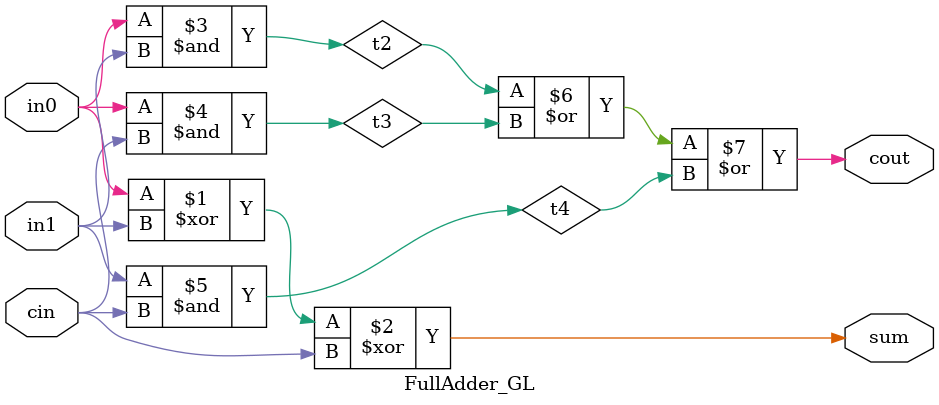
<source format=v>
module FullAdder_GL
(
  input  wire in0,
  input  wire in1,
  input  wire cin,
  output wire cout,
  output wire sum
);

  xor( sum, in0, in1, cin );

  wire t2, t3, t4;
  and( t2, in0, in1 );
  and( t3, in0, cin );
  and( t4, in1, cin );
  or( cout, t2, t3, t4 );

endmodule


</source>
